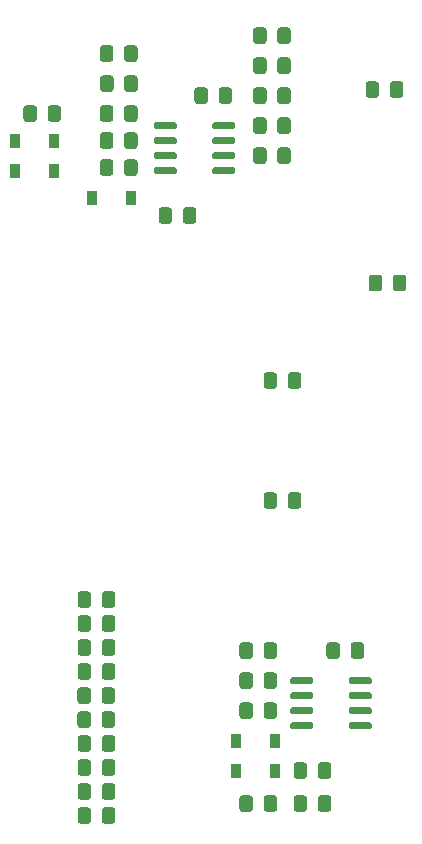
<source format=gbr>
G04 #@! TF.GenerationSoftware,KiCad,Pcbnew,5.1.6-c6e7f7d~86~ubuntu18.04.1*
G04 #@! TF.CreationDate,2020-06-20T09:56:21-04:00*
G04 #@! TF.ProjectId,five_pulser_board,66697665-5f70-4756-9c73-65725f626f61,rev?*
G04 #@! TF.SameCoordinates,Original*
G04 #@! TF.FileFunction,Paste,Top*
G04 #@! TF.FilePolarity,Positive*
%FSLAX46Y46*%
G04 Gerber Fmt 4.6, Leading zero omitted, Abs format (unit mm)*
G04 Created by KiCad (PCBNEW 5.1.6-c6e7f7d~86~ubuntu18.04.1) date 2020-06-20 09:56:21*
%MOMM*%
%LPD*%
G01*
G04 APERTURE LIST*
%ADD10R,0.900000X1.200000*%
G04 APERTURE END LIST*
G36*
G01*
X105245000Y-101450000D02*
X105245000Y-101750000D01*
G75*
G02*
X105095000Y-101900000I-150000J0D01*
G01*
X103445000Y-101900000D01*
G75*
G02*
X103295000Y-101750000I0J150000D01*
G01*
X103295000Y-101450000D01*
G75*
G02*
X103445000Y-101300000I150000J0D01*
G01*
X105095000Y-101300000D01*
G75*
G02*
X105245000Y-101450000I0J-150000D01*
G01*
G37*
G36*
G01*
X105245000Y-100180000D02*
X105245000Y-100480000D01*
G75*
G02*
X105095000Y-100630000I-150000J0D01*
G01*
X103445000Y-100630000D01*
G75*
G02*
X103295000Y-100480000I0J150000D01*
G01*
X103295000Y-100180000D01*
G75*
G02*
X103445000Y-100030000I150000J0D01*
G01*
X105095000Y-100030000D01*
G75*
G02*
X105245000Y-100180000I0J-150000D01*
G01*
G37*
G36*
G01*
X105245000Y-98910000D02*
X105245000Y-99210000D01*
G75*
G02*
X105095000Y-99360000I-150000J0D01*
G01*
X103445000Y-99360000D01*
G75*
G02*
X103295000Y-99210000I0J150000D01*
G01*
X103295000Y-98910000D01*
G75*
G02*
X103445000Y-98760000I150000J0D01*
G01*
X105095000Y-98760000D01*
G75*
G02*
X105245000Y-98910000I0J-150000D01*
G01*
G37*
G36*
G01*
X105245000Y-97640000D02*
X105245000Y-97940000D01*
G75*
G02*
X105095000Y-98090000I-150000J0D01*
G01*
X103445000Y-98090000D01*
G75*
G02*
X103295000Y-97940000I0J150000D01*
G01*
X103295000Y-97640000D01*
G75*
G02*
X103445000Y-97490000I150000J0D01*
G01*
X105095000Y-97490000D01*
G75*
G02*
X105245000Y-97640000I0J-150000D01*
G01*
G37*
G36*
G01*
X110195000Y-97640000D02*
X110195000Y-97940000D01*
G75*
G02*
X110045000Y-98090000I-150000J0D01*
G01*
X108395000Y-98090000D01*
G75*
G02*
X108245000Y-97940000I0J150000D01*
G01*
X108245000Y-97640000D01*
G75*
G02*
X108395000Y-97490000I150000J0D01*
G01*
X110045000Y-97490000D01*
G75*
G02*
X110195000Y-97640000I0J-150000D01*
G01*
G37*
G36*
G01*
X110195000Y-98910000D02*
X110195000Y-99210000D01*
G75*
G02*
X110045000Y-99360000I-150000J0D01*
G01*
X108395000Y-99360000D01*
G75*
G02*
X108245000Y-99210000I0J150000D01*
G01*
X108245000Y-98910000D01*
G75*
G02*
X108395000Y-98760000I150000J0D01*
G01*
X110045000Y-98760000D01*
G75*
G02*
X110195000Y-98910000I0J-150000D01*
G01*
G37*
G36*
G01*
X110195000Y-100180000D02*
X110195000Y-100480000D01*
G75*
G02*
X110045000Y-100630000I-150000J0D01*
G01*
X108395000Y-100630000D01*
G75*
G02*
X108245000Y-100480000I0J150000D01*
G01*
X108245000Y-100180000D01*
G75*
G02*
X108395000Y-100030000I150000J0D01*
G01*
X110045000Y-100030000D01*
G75*
G02*
X110195000Y-100180000I0J-150000D01*
G01*
G37*
G36*
G01*
X110195000Y-101450000D02*
X110195000Y-101750000D01*
G75*
G02*
X110045000Y-101900000I-150000J0D01*
G01*
X108395000Y-101900000D01*
G75*
G02*
X108245000Y-101750000I0J150000D01*
G01*
X108245000Y-101450000D01*
G75*
G02*
X108395000Y-101300000I150000J0D01*
G01*
X110045000Y-101300000D01*
G75*
G02*
X110195000Y-101450000I0J-150000D01*
G01*
G37*
G36*
G01*
X93685000Y-54460000D02*
X93685000Y-54760000D01*
G75*
G02*
X93535000Y-54910000I-150000J0D01*
G01*
X91885000Y-54910000D01*
G75*
G02*
X91735000Y-54760000I0J150000D01*
G01*
X91735000Y-54460000D01*
G75*
G02*
X91885000Y-54310000I150000J0D01*
G01*
X93535000Y-54310000D01*
G75*
G02*
X93685000Y-54460000I0J-150000D01*
G01*
G37*
G36*
G01*
X93685000Y-53190000D02*
X93685000Y-53490000D01*
G75*
G02*
X93535000Y-53640000I-150000J0D01*
G01*
X91885000Y-53640000D01*
G75*
G02*
X91735000Y-53490000I0J150000D01*
G01*
X91735000Y-53190000D01*
G75*
G02*
X91885000Y-53040000I150000J0D01*
G01*
X93535000Y-53040000D01*
G75*
G02*
X93685000Y-53190000I0J-150000D01*
G01*
G37*
G36*
G01*
X93685000Y-51920000D02*
X93685000Y-52220000D01*
G75*
G02*
X93535000Y-52370000I-150000J0D01*
G01*
X91885000Y-52370000D01*
G75*
G02*
X91735000Y-52220000I0J150000D01*
G01*
X91735000Y-51920000D01*
G75*
G02*
X91885000Y-51770000I150000J0D01*
G01*
X93535000Y-51770000D01*
G75*
G02*
X93685000Y-51920000I0J-150000D01*
G01*
G37*
G36*
G01*
X93685000Y-50650000D02*
X93685000Y-50950000D01*
G75*
G02*
X93535000Y-51100000I-150000J0D01*
G01*
X91885000Y-51100000D01*
G75*
G02*
X91735000Y-50950000I0J150000D01*
G01*
X91735000Y-50650000D01*
G75*
G02*
X91885000Y-50500000I150000J0D01*
G01*
X93535000Y-50500000D01*
G75*
G02*
X93685000Y-50650000I0J-150000D01*
G01*
G37*
G36*
G01*
X98635000Y-50650000D02*
X98635000Y-50950000D01*
G75*
G02*
X98485000Y-51100000I-150000J0D01*
G01*
X96835000Y-51100000D01*
G75*
G02*
X96685000Y-50950000I0J150000D01*
G01*
X96685000Y-50650000D01*
G75*
G02*
X96835000Y-50500000I150000J0D01*
G01*
X98485000Y-50500000D01*
G75*
G02*
X98635000Y-50650000I0J-150000D01*
G01*
G37*
G36*
G01*
X98635000Y-51920000D02*
X98635000Y-52220000D01*
G75*
G02*
X98485000Y-52370000I-150000J0D01*
G01*
X96835000Y-52370000D01*
G75*
G02*
X96685000Y-52220000I0J150000D01*
G01*
X96685000Y-51920000D01*
G75*
G02*
X96835000Y-51770000I150000J0D01*
G01*
X98485000Y-51770000D01*
G75*
G02*
X98635000Y-51920000I0J-150000D01*
G01*
G37*
G36*
G01*
X98635000Y-53190000D02*
X98635000Y-53490000D01*
G75*
G02*
X98485000Y-53640000I-150000J0D01*
G01*
X96835000Y-53640000D01*
G75*
G02*
X96685000Y-53490000I0J150000D01*
G01*
X96685000Y-53190000D01*
G75*
G02*
X96835000Y-53040000I150000J0D01*
G01*
X98485000Y-53040000D01*
G75*
G02*
X98635000Y-53190000I0J-150000D01*
G01*
G37*
G36*
G01*
X98635000Y-54460000D02*
X98635000Y-54760000D01*
G75*
G02*
X98485000Y-54910000I-150000J0D01*
G01*
X96835000Y-54910000D01*
G75*
G02*
X96685000Y-54760000I0J150000D01*
G01*
X96685000Y-54460000D01*
G75*
G02*
X96835000Y-54310000I150000J0D01*
G01*
X98485000Y-54310000D01*
G75*
G02*
X98635000Y-54460000I0J-150000D01*
G01*
G37*
G36*
G01*
X101034000Y-108654001D02*
X101034000Y-107753999D01*
G75*
G02*
X101283999Y-107504000I249999J0D01*
G01*
X101934001Y-107504000D01*
G75*
G02*
X102184000Y-107753999I0J-249999D01*
G01*
X102184000Y-108654001D01*
G75*
G02*
X101934001Y-108904000I-249999J0D01*
G01*
X101283999Y-108904000D01*
G75*
G02*
X101034000Y-108654001I0J249999D01*
G01*
G37*
G36*
G01*
X98984000Y-108654001D02*
X98984000Y-107753999D01*
G75*
G02*
X99233999Y-107504000I249999J0D01*
G01*
X99884001Y-107504000D01*
G75*
G02*
X100134000Y-107753999I0J-249999D01*
G01*
X100134000Y-108654001D01*
G75*
G02*
X99884001Y-108904000I-249999J0D01*
G01*
X99233999Y-108904000D01*
G75*
G02*
X98984000Y-108654001I0J249999D01*
G01*
G37*
G36*
G01*
X101025000Y-100780001D02*
X101025000Y-99879999D01*
G75*
G02*
X101274999Y-99630000I249999J0D01*
G01*
X101925001Y-99630000D01*
G75*
G02*
X102175000Y-99879999I0J-249999D01*
G01*
X102175000Y-100780001D01*
G75*
G02*
X101925001Y-101030000I-249999J0D01*
G01*
X101274999Y-101030000D01*
G75*
G02*
X101025000Y-100780001I0J249999D01*
G01*
G37*
G36*
G01*
X98975000Y-100780001D02*
X98975000Y-99879999D01*
G75*
G02*
X99224999Y-99630000I249999J0D01*
G01*
X99875001Y-99630000D01*
G75*
G02*
X100125000Y-99879999I0J-249999D01*
G01*
X100125000Y-100780001D01*
G75*
G02*
X99875001Y-101030000I-249999J0D01*
G01*
X99224999Y-101030000D01*
G75*
G02*
X98975000Y-100780001I0J249999D01*
G01*
G37*
G36*
G01*
X101025000Y-98240001D02*
X101025000Y-97339999D01*
G75*
G02*
X101274999Y-97090000I249999J0D01*
G01*
X101925001Y-97090000D01*
G75*
G02*
X102175000Y-97339999I0J-249999D01*
G01*
X102175000Y-98240001D01*
G75*
G02*
X101925001Y-98490000I-249999J0D01*
G01*
X101274999Y-98490000D01*
G75*
G02*
X101025000Y-98240001I0J249999D01*
G01*
G37*
G36*
G01*
X98975000Y-98240001D02*
X98975000Y-97339999D01*
G75*
G02*
X99224999Y-97090000I249999J0D01*
G01*
X99875001Y-97090000D01*
G75*
G02*
X100125000Y-97339999I0J-249999D01*
G01*
X100125000Y-98240001D01*
G75*
G02*
X99875001Y-98490000I-249999J0D01*
G01*
X99224999Y-98490000D01*
G75*
G02*
X98975000Y-98240001I0J249999D01*
G01*
G37*
G36*
G01*
X100125000Y-94799999D02*
X100125000Y-95700001D01*
G75*
G02*
X99875001Y-95950000I-249999J0D01*
G01*
X99224999Y-95950000D01*
G75*
G02*
X98975000Y-95700001I0J249999D01*
G01*
X98975000Y-94799999D01*
G75*
G02*
X99224999Y-94550000I249999J0D01*
G01*
X99875001Y-94550000D01*
G75*
G02*
X100125000Y-94799999I0J-249999D01*
G01*
G37*
G36*
G01*
X102175000Y-94799999D02*
X102175000Y-95700001D01*
G75*
G02*
X101925001Y-95950000I-249999J0D01*
G01*
X101274999Y-95950000D01*
G75*
G02*
X101025000Y-95700001I0J249999D01*
G01*
X101025000Y-94799999D01*
G75*
G02*
X101274999Y-94550000I249999J0D01*
G01*
X101925001Y-94550000D01*
G75*
G02*
X102175000Y-94799999I0J-249999D01*
G01*
G37*
G36*
G01*
X86427000Y-108769999D02*
X86427000Y-109670001D01*
G75*
G02*
X86177001Y-109920000I-249999J0D01*
G01*
X85526999Y-109920000D01*
G75*
G02*
X85277000Y-109670001I0J249999D01*
G01*
X85277000Y-108769999D01*
G75*
G02*
X85526999Y-108520000I249999J0D01*
G01*
X86177001Y-108520000D01*
G75*
G02*
X86427000Y-108769999I0J-249999D01*
G01*
G37*
G36*
G01*
X88477000Y-108769999D02*
X88477000Y-109670001D01*
G75*
G02*
X88227001Y-109920000I-249999J0D01*
G01*
X87576999Y-109920000D01*
G75*
G02*
X87327000Y-109670001I0J249999D01*
G01*
X87327000Y-108769999D01*
G75*
G02*
X87576999Y-108520000I249999J0D01*
G01*
X88227001Y-108520000D01*
G75*
G02*
X88477000Y-108769999I0J-249999D01*
G01*
G37*
G36*
G01*
X87327000Y-107638001D02*
X87327000Y-106737999D01*
G75*
G02*
X87576999Y-106488000I249999J0D01*
G01*
X88227001Y-106488000D01*
G75*
G02*
X88477000Y-106737999I0J-249999D01*
G01*
X88477000Y-107638001D01*
G75*
G02*
X88227001Y-107888000I-249999J0D01*
G01*
X87576999Y-107888000D01*
G75*
G02*
X87327000Y-107638001I0J249999D01*
G01*
G37*
G36*
G01*
X85277000Y-107638001D02*
X85277000Y-106737999D01*
G75*
G02*
X85526999Y-106488000I249999J0D01*
G01*
X86177001Y-106488000D01*
G75*
G02*
X86427000Y-106737999I0J-249999D01*
G01*
X86427000Y-107638001D01*
G75*
G02*
X86177001Y-107888000I-249999J0D01*
G01*
X85526999Y-107888000D01*
G75*
G02*
X85277000Y-107638001I0J249999D01*
G01*
G37*
G36*
G01*
X86427000Y-104705999D02*
X86427000Y-105606001D01*
G75*
G02*
X86177001Y-105856000I-249999J0D01*
G01*
X85526999Y-105856000D01*
G75*
G02*
X85277000Y-105606001I0J249999D01*
G01*
X85277000Y-104705999D01*
G75*
G02*
X85526999Y-104456000I249999J0D01*
G01*
X86177001Y-104456000D01*
G75*
G02*
X86427000Y-104705999I0J-249999D01*
G01*
G37*
G36*
G01*
X88477000Y-104705999D02*
X88477000Y-105606001D01*
G75*
G02*
X88227001Y-105856000I-249999J0D01*
G01*
X87576999Y-105856000D01*
G75*
G02*
X87327000Y-105606001I0J249999D01*
G01*
X87327000Y-104705999D01*
G75*
G02*
X87576999Y-104456000I249999J0D01*
G01*
X88227001Y-104456000D01*
G75*
G02*
X88477000Y-104705999I0J-249999D01*
G01*
G37*
G36*
G01*
X87327000Y-103574001D02*
X87327000Y-102673999D01*
G75*
G02*
X87576999Y-102424000I249999J0D01*
G01*
X88227001Y-102424000D01*
G75*
G02*
X88477000Y-102673999I0J-249999D01*
G01*
X88477000Y-103574001D01*
G75*
G02*
X88227001Y-103824000I-249999J0D01*
G01*
X87576999Y-103824000D01*
G75*
G02*
X87327000Y-103574001I0J249999D01*
G01*
G37*
G36*
G01*
X85277000Y-103574001D02*
X85277000Y-102673999D01*
G75*
G02*
X85526999Y-102424000I249999J0D01*
G01*
X86177001Y-102424000D01*
G75*
G02*
X86427000Y-102673999I0J-249999D01*
G01*
X86427000Y-103574001D01*
G75*
G02*
X86177001Y-103824000I-249999J0D01*
G01*
X85526999Y-103824000D01*
G75*
G02*
X85277000Y-103574001I0J249999D01*
G01*
G37*
G36*
G01*
X86409000Y-100641999D02*
X86409000Y-101542001D01*
G75*
G02*
X86159001Y-101792000I-249999J0D01*
G01*
X85508999Y-101792000D01*
G75*
G02*
X85259000Y-101542001I0J249999D01*
G01*
X85259000Y-100641999D01*
G75*
G02*
X85508999Y-100392000I249999J0D01*
G01*
X86159001Y-100392000D01*
G75*
G02*
X86409000Y-100641999I0J-249999D01*
G01*
G37*
G36*
G01*
X88459000Y-100641999D02*
X88459000Y-101542001D01*
G75*
G02*
X88209001Y-101792000I-249999J0D01*
G01*
X87558999Y-101792000D01*
G75*
G02*
X87309000Y-101542001I0J249999D01*
G01*
X87309000Y-100641999D01*
G75*
G02*
X87558999Y-100392000I249999J0D01*
G01*
X88209001Y-100392000D01*
G75*
G02*
X88459000Y-100641999I0J-249999D01*
G01*
G37*
G36*
G01*
X87309000Y-99510001D02*
X87309000Y-98609999D01*
G75*
G02*
X87558999Y-98360000I249999J0D01*
G01*
X88209001Y-98360000D01*
G75*
G02*
X88459000Y-98609999I0J-249999D01*
G01*
X88459000Y-99510001D01*
G75*
G02*
X88209001Y-99760000I-249999J0D01*
G01*
X87558999Y-99760000D01*
G75*
G02*
X87309000Y-99510001I0J249999D01*
G01*
G37*
G36*
G01*
X85259000Y-99510001D02*
X85259000Y-98609999D01*
G75*
G02*
X85508999Y-98360000I249999J0D01*
G01*
X86159001Y-98360000D01*
G75*
G02*
X86409000Y-98609999I0J-249999D01*
G01*
X86409000Y-99510001D01*
G75*
G02*
X86159001Y-99760000I-249999J0D01*
G01*
X85508999Y-99760000D01*
G75*
G02*
X85259000Y-99510001I0J249999D01*
G01*
G37*
G36*
G01*
X86427000Y-96577999D02*
X86427000Y-97478001D01*
G75*
G02*
X86177001Y-97728000I-249999J0D01*
G01*
X85526999Y-97728000D01*
G75*
G02*
X85277000Y-97478001I0J249999D01*
G01*
X85277000Y-96577999D01*
G75*
G02*
X85526999Y-96328000I249999J0D01*
G01*
X86177001Y-96328000D01*
G75*
G02*
X86427000Y-96577999I0J-249999D01*
G01*
G37*
G36*
G01*
X88477000Y-96577999D02*
X88477000Y-97478001D01*
G75*
G02*
X88227001Y-97728000I-249999J0D01*
G01*
X87576999Y-97728000D01*
G75*
G02*
X87327000Y-97478001I0J249999D01*
G01*
X87327000Y-96577999D01*
G75*
G02*
X87576999Y-96328000I249999J0D01*
G01*
X88227001Y-96328000D01*
G75*
G02*
X88477000Y-96577999I0J-249999D01*
G01*
G37*
G36*
G01*
X87327000Y-95446001D02*
X87327000Y-94545999D01*
G75*
G02*
X87576999Y-94296000I249999J0D01*
G01*
X88227001Y-94296000D01*
G75*
G02*
X88477000Y-94545999I0J-249999D01*
G01*
X88477000Y-95446001D01*
G75*
G02*
X88227001Y-95696000I-249999J0D01*
G01*
X87576999Y-95696000D01*
G75*
G02*
X87327000Y-95446001I0J249999D01*
G01*
G37*
G36*
G01*
X85277000Y-95446001D02*
X85277000Y-94545999D01*
G75*
G02*
X85526999Y-94296000I249999J0D01*
G01*
X86177001Y-94296000D01*
G75*
G02*
X86427000Y-94545999I0J-249999D01*
G01*
X86427000Y-95446001D01*
G75*
G02*
X86177001Y-95696000I-249999J0D01*
G01*
X85526999Y-95696000D01*
G75*
G02*
X85277000Y-95446001I0J249999D01*
G01*
G37*
G36*
G01*
X86427000Y-92513999D02*
X86427000Y-93414001D01*
G75*
G02*
X86177001Y-93664000I-249999J0D01*
G01*
X85526999Y-93664000D01*
G75*
G02*
X85277000Y-93414001I0J249999D01*
G01*
X85277000Y-92513999D01*
G75*
G02*
X85526999Y-92264000I249999J0D01*
G01*
X86177001Y-92264000D01*
G75*
G02*
X86427000Y-92513999I0J-249999D01*
G01*
G37*
G36*
G01*
X88477000Y-92513999D02*
X88477000Y-93414001D01*
G75*
G02*
X88227001Y-93664000I-249999J0D01*
G01*
X87576999Y-93664000D01*
G75*
G02*
X87327000Y-93414001I0J249999D01*
G01*
X87327000Y-92513999D01*
G75*
G02*
X87576999Y-92264000I249999J0D01*
G01*
X88227001Y-92264000D01*
G75*
G02*
X88477000Y-92513999I0J-249999D01*
G01*
G37*
G36*
G01*
X87327000Y-91382001D02*
X87327000Y-90481999D01*
G75*
G02*
X87576999Y-90232000I249999J0D01*
G01*
X88227001Y-90232000D01*
G75*
G02*
X88477000Y-90481999I0J-249999D01*
G01*
X88477000Y-91382001D01*
G75*
G02*
X88227001Y-91632000I-249999J0D01*
G01*
X87576999Y-91632000D01*
G75*
G02*
X87327000Y-91382001I0J249999D01*
G01*
G37*
G36*
G01*
X85277000Y-91382001D02*
X85277000Y-90481999D01*
G75*
G02*
X85526999Y-90232000I249999J0D01*
G01*
X86177001Y-90232000D01*
G75*
G02*
X86427000Y-90481999I0J-249999D01*
G01*
X86427000Y-91382001D01*
G75*
G02*
X86177001Y-91632000I-249999J0D01*
G01*
X85526999Y-91632000D01*
G75*
G02*
X85277000Y-91382001I0J249999D01*
G01*
G37*
G36*
G01*
X103075000Y-72840001D02*
X103075000Y-71939999D01*
G75*
G02*
X103324999Y-71690000I249999J0D01*
G01*
X103975001Y-71690000D01*
G75*
G02*
X104225000Y-71939999I0J-249999D01*
G01*
X104225000Y-72840001D01*
G75*
G02*
X103975001Y-73090000I-249999J0D01*
G01*
X103324999Y-73090000D01*
G75*
G02*
X103075000Y-72840001I0J249999D01*
G01*
G37*
G36*
G01*
X101025000Y-72840001D02*
X101025000Y-71939999D01*
G75*
G02*
X101274999Y-71690000I249999J0D01*
G01*
X101925001Y-71690000D01*
G75*
G02*
X102175000Y-71939999I0J-249999D01*
G01*
X102175000Y-72840001D01*
G75*
G02*
X101925001Y-73090000I-249999J0D01*
G01*
X101274999Y-73090000D01*
G75*
G02*
X101025000Y-72840001I0J249999D01*
G01*
G37*
G36*
G01*
X101286000Y-52889999D02*
X101286000Y-53790001D01*
G75*
G02*
X101036001Y-54040000I-249999J0D01*
G01*
X100385999Y-54040000D01*
G75*
G02*
X100136000Y-53790001I0J249999D01*
G01*
X100136000Y-52889999D01*
G75*
G02*
X100385999Y-52640000I249999J0D01*
G01*
X101036001Y-52640000D01*
G75*
G02*
X101286000Y-52889999I0J-249999D01*
G01*
G37*
G36*
G01*
X103336000Y-52889999D02*
X103336000Y-53790001D01*
G75*
G02*
X103086001Y-54040000I-249999J0D01*
G01*
X102435999Y-54040000D01*
G75*
G02*
X102186000Y-53790001I0J249999D01*
G01*
X102186000Y-52889999D01*
G75*
G02*
X102435999Y-52640000I249999J0D01*
G01*
X103086001Y-52640000D01*
G75*
G02*
X103336000Y-52889999I0J-249999D01*
G01*
G37*
G36*
G01*
X89214000Y-52520001D02*
X89214000Y-51619999D01*
G75*
G02*
X89463999Y-51370000I249999J0D01*
G01*
X90114001Y-51370000D01*
G75*
G02*
X90364000Y-51619999I0J-249999D01*
G01*
X90364000Y-52520001D01*
G75*
G02*
X90114001Y-52770000I-249999J0D01*
G01*
X89463999Y-52770000D01*
G75*
G02*
X89214000Y-52520001I0J249999D01*
G01*
G37*
G36*
G01*
X87164000Y-52520001D02*
X87164000Y-51619999D01*
G75*
G02*
X87413999Y-51370000I249999J0D01*
G01*
X88064001Y-51370000D01*
G75*
G02*
X88314000Y-51619999I0J-249999D01*
G01*
X88314000Y-52520001D01*
G75*
G02*
X88064001Y-52770000I-249999J0D01*
G01*
X87413999Y-52770000D01*
G75*
G02*
X87164000Y-52520001I0J249999D01*
G01*
G37*
G36*
G01*
X102186000Y-51250001D02*
X102186000Y-50349999D01*
G75*
G02*
X102435999Y-50100000I249999J0D01*
G01*
X103086001Y-50100000D01*
G75*
G02*
X103336000Y-50349999I0J-249999D01*
G01*
X103336000Y-51250001D01*
G75*
G02*
X103086001Y-51500000I-249999J0D01*
G01*
X102435999Y-51500000D01*
G75*
G02*
X102186000Y-51250001I0J249999D01*
G01*
G37*
G36*
G01*
X100136000Y-51250001D02*
X100136000Y-50349999D01*
G75*
G02*
X100385999Y-50100000I249999J0D01*
G01*
X101036001Y-50100000D01*
G75*
G02*
X101286000Y-50349999I0J-249999D01*
G01*
X101286000Y-51250001D01*
G75*
G02*
X101036001Y-51500000I-249999J0D01*
G01*
X100385999Y-51500000D01*
G75*
G02*
X100136000Y-51250001I0J249999D01*
G01*
G37*
G36*
G01*
X88314000Y-49333999D02*
X88314000Y-50234001D01*
G75*
G02*
X88064001Y-50484000I-249999J0D01*
G01*
X87413999Y-50484000D01*
G75*
G02*
X87164000Y-50234001I0J249999D01*
G01*
X87164000Y-49333999D01*
G75*
G02*
X87413999Y-49084000I249999J0D01*
G01*
X88064001Y-49084000D01*
G75*
G02*
X88314000Y-49333999I0J-249999D01*
G01*
G37*
G36*
G01*
X90364000Y-49333999D02*
X90364000Y-50234001D01*
G75*
G02*
X90114001Y-50484000I-249999J0D01*
G01*
X89463999Y-50484000D01*
G75*
G02*
X89214000Y-50234001I0J249999D01*
G01*
X89214000Y-49333999D01*
G75*
G02*
X89463999Y-49084000I249999J0D01*
G01*
X90114001Y-49084000D01*
G75*
G02*
X90364000Y-49333999I0J-249999D01*
G01*
G37*
G36*
G01*
X88323000Y-46793999D02*
X88323000Y-47694001D01*
G75*
G02*
X88073001Y-47944000I-249999J0D01*
G01*
X87422999Y-47944000D01*
G75*
G02*
X87173000Y-47694001I0J249999D01*
G01*
X87173000Y-46793999D01*
G75*
G02*
X87422999Y-46544000I249999J0D01*
G01*
X88073001Y-46544000D01*
G75*
G02*
X88323000Y-46793999I0J-249999D01*
G01*
G37*
G36*
G01*
X90373000Y-46793999D02*
X90373000Y-47694001D01*
G75*
G02*
X90123001Y-47944000I-249999J0D01*
G01*
X89472999Y-47944000D01*
G75*
G02*
X89223000Y-47694001I0J249999D01*
G01*
X89223000Y-46793999D01*
G75*
G02*
X89472999Y-46544000I249999J0D01*
G01*
X90123001Y-46544000D01*
G75*
G02*
X90373000Y-46793999I0J-249999D01*
G01*
G37*
G36*
G01*
X88314000Y-44253999D02*
X88314000Y-45154001D01*
G75*
G02*
X88064001Y-45404000I-249999J0D01*
G01*
X87413999Y-45404000D01*
G75*
G02*
X87164000Y-45154001I0J249999D01*
G01*
X87164000Y-44253999D01*
G75*
G02*
X87413999Y-44004000I249999J0D01*
G01*
X88064001Y-44004000D01*
G75*
G02*
X88314000Y-44253999I0J-249999D01*
G01*
G37*
G36*
G01*
X90364000Y-44253999D02*
X90364000Y-45154001D01*
G75*
G02*
X90114001Y-45404000I-249999J0D01*
G01*
X89463999Y-45404000D01*
G75*
G02*
X89214000Y-45154001I0J249999D01*
G01*
X89214000Y-44253999D01*
G75*
G02*
X89463999Y-44004000I249999J0D01*
G01*
X90114001Y-44004000D01*
G75*
G02*
X90364000Y-44253999I0J-249999D01*
G01*
G37*
G36*
G01*
X101286000Y-47809999D02*
X101286000Y-48710001D01*
G75*
G02*
X101036001Y-48960000I-249999J0D01*
G01*
X100385999Y-48960000D01*
G75*
G02*
X100136000Y-48710001I0J249999D01*
G01*
X100136000Y-47809999D01*
G75*
G02*
X100385999Y-47560000I249999J0D01*
G01*
X101036001Y-47560000D01*
G75*
G02*
X101286000Y-47809999I0J-249999D01*
G01*
G37*
G36*
G01*
X103336000Y-47809999D02*
X103336000Y-48710001D01*
G75*
G02*
X103086001Y-48960000I-249999J0D01*
G01*
X102435999Y-48960000D01*
G75*
G02*
X102186000Y-48710001I0J249999D01*
G01*
X102186000Y-47809999D01*
G75*
G02*
X102435999Y-47560000I249999J0D01*
G01*
X103086001Y-47560000D01*
G75*
G02*
X103336000Y-47809999I0J-249999D01*
G01*
G37*
G36*
G01*
X101286000Y-45269999D02*
X101286000Y-46170001D01*
G75*
G02*
X101036001Y-46420000I-249999J0D01*
G01*
X100385999Y-46420000D01*
G75*
G02*
X100136000Y-46170001I0J249999D01*
G01*
X100136000Y-45269999D01*
G75*
G02*
X100385999Y-45020000I249999J0D01*
G01*
X101036001Y-45020000D01*
G75*
G02*
X101286000Y-45269999I0J-249999D01*
G01*
G37*
G36*
G01*
X103336000Y-45269999D02*
X103336000Y-46170001D01*
G75*
G02*
X103086001Y-46420000I-249999J0D01*
G01*
X102435999Y-46420000D01*
G75*
G02*
X102186000Y-46170001I0J249999D01*
G01*
X102186000Y-45269999D01*
G75*
G02*
X102435999Y-45020000I249999J0D01*
G01*
X103086001Y-45020000D01*
G75*
G02*
X103336000Y-45269999I0J-249999D01*
G01*
G37*
G36*
G01*
X81837000Y-49333999D02*
X81837000Y-50234001D01*
G75*
G02*
X81587001Y-50484000I-249999J0D01*
G01*
X80936999Y-50484000D01*
G75*
G02*
X80687000Y-50234001I0J249999D01*
G01*
X80687000Y-49333999D01*
G75*
G02*
X80936999Y-49084000I249999J0D01*
G01*
X81587001Y-49084000D01*
G75*
G02*
X81837000Y-49333999I0J-249999D01*
G01*
G37*
G36*
G01*
X83887000Y-49333999D02*
X83887000Y-50234001D01*
G75*
G02*
X83637001Y-50484000I-249999J0D01*
G01*
X82986999Y-50484000D01*
G75*
G02*
X82737000Y-50234001I0J249999D01*
G01*
X82737000Y-49333999D01*
G75*
G02*
X82986999Y-49084000I249999J0D01*
G01*
X83637001Y-49084000D01*
G75*
G02*
X83887000Y-49333999I0J-249999D01*
G01*
G37*
D10*
X101980000Y-105410000D03*
X98680000Y-105410000D03*
X101980000Y-102870000D03*
X98680000Y-102870000D03*
X86489000Y-56896000D03*
X89789000Y-56896000D03*
X80012000Y-54610000D03*
X83312000Y-54610000D03*
X80012000Y-52070000D03*
X83312000Y-52070000D03*
G36*
G01*
X105615000Y-108654001D02*
X105615000Y-107753999D01*
G75*
G02*
X105864999Y-107504000I249999J0D01*
G01*
X106515001Y-107504000D01*
G75*
G02*
X106765000Y-107753999I0J-249999D01*
G01*
X106765000Y-108654001D01*
G75*
G02*
X106515001Y-108904000I-249999J0D01*
G01*
X105864999Y-108904000D01*
G75*
G02*
X105615000Y-108654001I0J249999D01*
G01*
G37*
G36*
G01*
X103565000Y-108654001D02*
X103565000Y-107753999D01*
G75*
G02*
X103814999Y-107504000I249999J0D01*
G01*
X104465001Y-107504000D01*
G75*
G02*
X104715000Y-107753999I0J-249999D01*
G01*
X104715000Y-108654001D01*
G75*
G02*
X104465001Y-108904000I-249999J0D01*
G01*
X103814999Y-108904000D01*
G75*
G02*
X103565000Y-108654001I0J249999D01*
G01*
G37*
G36*
G01*
X103075000Y-83000001D02*
X103075000Y-82099999D01*
G75*
G02*
X103324999Y-81850000I249999J0D01*
G01*
X103975001Y-81850000D01*
G75*
G02*
X104225000Y-82099999I0J-249999D01*
G01*
X104225000Y-83000001D01*
G75*
G02*
X103975001Y-83250000I-249999J0D01*
G01*
X103324999Y-83250000D01*
G75*
G02*
X103075000Y-83000001I0J249999D01*
G01*
G37*
G36*
G01*
X101025000Y-83000001D02*
X101025000Y-82099999D01*
G75*
G02*
X101274999Y-81850000I249999J0D01*
G01*
X101925001Y-81850000D01*
G75*
G02*
X102175000Y-82099999I0J-249999D01*
G01*
X102175000Y-83000001D01*
G75*
G02*
X101925001Y-83250000I-249999J0D01*
G01*
X101274999Y-83250000D01*
G75*
G02*
X101025000Y-83000001I0J249999D01*
G01*
G37*
G36*
G01*
X108400000Y-95700001D02*
X108400000Y-94799999D01*
G75*
G02*
X108649999Y-94550000I249999J0D01*
G01*
X109300001Y-94550000D01*
G75*
G02*
X109550000Y-94799999I0J-249999D01*
G01*
X109550000Y-95700001D01*
G75*
G02*
X109300001Y-95950000I-249999J0D01*
G01*
X108649999Y-95950000D01*
G75*
G02*
X108400000Y-95700001I0J249999D01*
G01*
G37*
G36*
G01*
X106350000Y-95700001D02*
X106350000Y-94799999D01*
G75*
G02*
X106599999Y-94550000I249999J0D01*
G01*
X107250001Y-94550000D01*
G75*
G02*
X107500000Y-94799999I0J-249999D01*
G01*
X107500000Y-95700001D01*
G75*
G02*
X107250001Y-95950000I-249999J0D01*
G01*
X106599999Y-95950000D01*
G75*
G02*
X106350000Y-95700001I0J249999D01*
G01*
G37*
G36*
G01*
X105615000Y-105860001D02*
X105615000Y-104959999D01*
G75*
G02*
X105864999Y-104710000I249999J0D01*
G01*
X106515001Y-104710000D01*
G75*
G02*
X106765000Y-104959999I0J-249999D01*
G01*
X106765000Y-105860001D01*
G75*
G02*
X106515001Y-106110000I-249999J0D01*
G01*
X105864999Y-106110000D01*
G75*
G02*
X105615000Y-105860001I0J249999D01*
G01*
G37*
G36*
G01*
X103565000Y-105860001D02*
X103565000Y-104959999D01*
G75*
G02*
X103814999Y-104710000I249999J0D01*
G01*
X104465001Y-104710000D01*
G75*
G02*
X104715000Y-104959999I0J-249999D01*
G01*
X104715000Y-105860001D01*
G75*
G02*
X104465001Y-106110000I-249999J0D01*
G01*
X103814999Y-106110000D01*
G75*
G02*
X103565000Y-105860001I0J249999D01*
G01*
G37*
G36*
G01*
X89214000Y-54806001D02*
X89214000Y-53905999D01*
G75*
G02*
X89463999Y-53656000I249999J0D01*
G01*
X90114001Y-53656000D01*
G75*
G02*
X90364000Y-53905999I0J-249999D01*
G01*
X90364000Y-54806001D01*
G75*
G02*
X90114001Y-55056000I-249999J0D01*
G01*
X89463999Y-55056000D01*
G75*
G02*
X89214000Y-54806001I0J249999D01*
G01*
G37*
G36*
G01*
X87164000Y-54806001D02*
X87164000Y-53905999D01*
G75*
G02*
X87413999Y-53656000I249999J0D01*
G01*
X88064001Y-53656000D01*
G75*
G02*
X88314000Y-53905999I0J-249999D01*
G01*
X88314000Y-54806001D01*
G75*
G02*
X88064001Y-55056000I-249999J0D01*
G01*
X87413999Y-55056000D01*
G75*
G02*
X87164000Y-54806001I0J249999D01*
G01*
G37*
G36*
G01*
X97215000Y-48710001D02*
X97215000Y-47809999D01*
G75*
G02*
X97464999Y-47560000I249999J0D01*
G01*
X98115001Y-47560000D01*
G75*
G02*
X98365000Y-47809999I0J-249999D01*
G01*
X98365000Y-48710001D01*
G75*
G02*
X98115001Y-48960000I-249999J0D01*
G01*
X97464999Y-48960000D01*
G75*
G02*
X97215000Y-48710001I0J249999D01*
G01*
G37*
G36*
G01*
X95165000Y-48710001D02*
X95165000Y-47809999D01*
G75*
G02*
X95414999Y-47560000I249999J0D01*
G01*
X96065001Y-47560000D01*
G75*
G02*
X96315000Y-47809999I0J-249999D01*
G01*
X96315000Y-48710001D01*
G75*
G02*
X96065001Y-48960000I-249999J0D01*
G01*
X95414999Y-48960000D01*
G75*
G02*
X95165000Y-48710001I0J249999D01*
G01*
G37*
G36*
G01*
X94185000Y-58870001D02*
X94185000Y-57969999D01*
G75*
G02*
X94434999Y-57720000I249999J0D01*
G01*
X95085001Y-57720000D01*
G75*
G02*
X95335000Y-57969999I0J-249999D01*
G01*
X95335000Y-58870001D01*
G75*
G02*
X95085001Y-59120000I-249999J0D01*
G01*
X94434999Y-59120000D01*
G75*
G02*
X94185000Y-58870001I0J249999D01*
G01*
G37*
G36*
G01*
X92135000Y-58870001D02*
X92135000Y-57969999D01*
G75*
G02*
X92384999Y-57720000I249999J0D01*
G01*
X93035001Y-57720000D01*
G75*
G02*
X93285000Y-57969999I0J-249999D01*
G01*
X93285000Y-58870001D01*
G75*
G02*
X93035001Y-59120000I-249999J0D01*
G01*
X92384999Y-59120000D01*
G75*
G02*
X92135000Y-58870001I0J249999D01*
G01*
G37*
G36*
G01*
X110811000Y-47301999D02*
X110811000Y-48202001D01*
G75*
G02*
X110561001Y-48452000I-249999J0D01*
G01*
X109910999Y-48452000D01*
G75*
G02*
X109661000Y-48202001I0J249999D01*
G01*
X109661000Y-47301999D01*
G75*
G02*
X109910999Y-47052000I249999J0D01*
G01*
X110561001Y-47052000D01*
G75*
G02*
X110811000Y-47301999I0J-249999D01*
G01*
G37*
G36*
G01*
X112861000Y-47301999D02*
X112861000Y-48202001D01*
G75*
G02*
X112611001Y-48452000I-249999J0D01*
G01*
X111960999Y-48452000D01*
G75*
G02*
X111711000Y-48202001I0J249999D01*
G01*
X111711000Y-47301999D01*
G75*
G02*
X111960999Y-47052000I249999J0D01*
G01*
X112611001Y-47052000D01*
G75*
G02*
X112861000Y-47301999I0J-249999D01*
G01*
G37*
G36*
G01*
X111965000Y-64585001D02*
X111965000Y-63684999D01*
G75*
G02*
X112214999Y-63435000I249999J0D01*
G01*
X112865001Y-63435000D01*
G75*
G02*
X113115000Y-63684999I0J-249999D01*
G01*
X113115000Y-64585001D01*
G75*
G02*
X112865001Y-64835000I-249999J0D01*
G01*
X112214999Y-64835000D01*
G75*
G02*
X111965000Y-64585001I0J249999D01*
G01*
G37*
G36*
G01*
X109915000Y-64585001D02*
X109915000Y-63684999D01*
G75*
G02*
X110164999Y-63435000I249999J0D01*
G01*
X110815001Y-63435000D01*
G75*
G02*
X111065000Y-63684999I0J-249999D01*
G01*
X111065000Y-64585001D01*
G75*
G02*
X110815001Y-64835000I-249999J0D01*
G01*
X110164999Y-64835000D01*
G75*
G02*
X109915000Y-64585001I0J249999D01*
G01*
G37*
G36*
G01*
X102186000Y-43630001D02*
X102186000Y-42729999D01*
G75*
G02*
X102435999Y-42480000I249999J0D01*
G01*
X103086001Y-42480000D01*
G75*
G02*
X103336000Y-42729999I0J-249999D01*
G01*
X103336000Y-43630001D01*
G75*
G02*
X103086001Y-43880000I-249999J0D01*
G01*
X102435999Y-43880000D01*
G75*
G02*
X102186000Y-43630001I0J249999D01*
G01*
G37*
G36*
G01*
X100136000Y-43630001D02*
X100136000Y-42729999D01*
G75*
G02*
X100385999Y-42480000I249999J0D01*
G01*
X101036001Y-42480000D01*
G75*
G02*
X101286000Y-42729999I0J-249999D01*
G01*
X101286000Y-43630001D01*
G75*
G02*
X101036001Y-43880000I-249999J0D01*
G01*
X100385999Y-43880000D01*
G75*
G02*
X100136000Y-43630001I0J249999D01*
G01*
G37*
M02*

</source>
